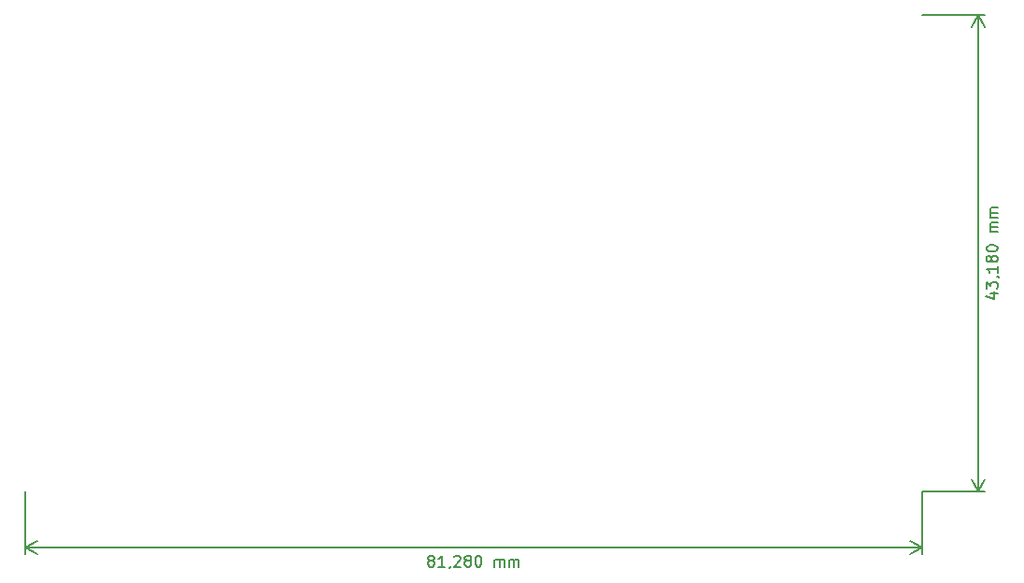
<source format=gbr>
%TF.GenerationSoftware,KiCad,Pcbnew,5.1.4-3.fc30*%
%TF.CreationDate,2019-10-13T14:30:26+02:00*%
%TF.ProjectId,atmega_prog_adapter_v2,61746d65-6761-45f7-9072-6f675f616461,1.0*%
%TF.SameCoordinates,Original*%
%TF.FileFunction,Drawing*%
%FSLAX46Y46*%
G04 Gerber Fmt 4.6, Leading zero omitted, Abs format (unit mm)*
G04 Created by KiCad (PCBNEW 5.1.4-3.fc30) date 2019-10-13 14:30:26*
%MOMM*%
%LPD*%
G04 APERTURE LIST*
%ADD10C,0.150000*%
G04 APERTURE END LIST*
D10*
X176345714Y-91296666D02*
X177012380Y-91296666D01*
X175964761Y-91534761D02*
X176679047Y-91772857D01*
X176679047Y-91153809D01*
X176012380Y-90868095D02*
X176012380Y-90249047D01*
X176393333Y-90582380D01*
X176393333Y-90439523D01*
X176440952Y-90344285D01*
X176488571Y-90296666D01*
X176583809Y-90249047D01*
X176821904Y-90249047D01*
X176917142Y-90296666D01*
X176964761Y-90344285D01*
X177012380Y-90439523D01*
X177012380Y-90725238D01*
X176964761Y-90820476D01*
X176917142Y-90868095D01*
X176964761Y-89772857D02*
X177012380Y-89772857D01*
X177107619Y-89820476D01*
X177155238Y-89868095D01*
X177012380Y-88820476D02*
X177012380Y-89391904D01*
X177012380Y-89106190D02*
X176012380Y-89106190D01*
X176155238Y-89201428D01*
X176250476Y-89296666D01*
X176298095Y-89391904D01*
X176440952Y-88249047D02*
X176393333Y-88344285D01*
X176345714Y-88391904D01*
X176250476Y-88439523D01*
X176202857Y-88439523D01*
X176107619Y-88391904D01*
X176060000Y-88344285D01*
X176012380Y-88249047D01*
X176012380Y-88058571D01*
X176060000Y-87963333D01*
X176107619Y-87915714D01*
X176202857Y-87868095D01*
X176250476Y-87868095D01*
X176345714Y-87915714D01*
X176393333Y-87963333D01*
X176440952Y-88058571D01*
X176440952Y-88249047D01*
X176488571Y-88344285D01*
X176536190Y-88391904D01*
X176631428Y-88439523D01*
X176821904Y-88439523D01*
X176917142Y-88391904D01*
X176964761Y-88344285D01*
X177012380Y-88249047D01*
X177012380Y-88058571D01*
X176964761Y-87963333D01*
X176917142Y-87915714D01*
X176821904Y-87868095D01*
X176631428Y-87868095D01*
X176536190Y-87915714D01*
X176488571Y-87963333D01*
X176440952Y-88058571D01*
X176012380Y-87249047D02*
X176012380Y-87153809D01*
X176060000Y-87058571D01*
X176107619Y-87010952D01*
X176202857Y-86963333D01*
X176393333Y-86915714D01*
X176631428Y-86915714D01*
X176821904Y-86963333D01*
X176917142Y-87010952D01*
X176964761Y-87058571D01*
X177012380Y-87153809D01*
X177012380Y-87249047D01*
X176964761Y-87344285D01*
X176917142Y-87391904D01*
X176821904Y-87439523D01*
X176631428Y-87487142D01*
X176393333Y-87487142D01*
X176202857Y-87439523D01*
X176107619Y-87391904D01*
X176060000Y-87344285D01*
X176012380Y-87249047D01*
X177012380Y-85725238D02*
X176345714Y-85725238D01*
X176440952Y-85725238D02*
X176393333Y-85677619D01*
X176345714Y-85582380D01*
X176345714Y-85439523D01*
X176393333Y-85344285D01*
X176488571Y-85296666D01*
X177012380Y-85296666D01*
X176488571Y-85296666D02*
X176393333Y-85249047D01*
X176345714Y-85153809D01*
X176345714Y-85010952D01*
X176393333Y-84915714D01*
X176488571Y-84868095D01*
X177012380Y-84868095D01*
X177012380Y-84391904D02*
X176345714Y-84391904D01*
X176440952Y-84391904D02*
X176393333Y-84344285D01*
X176345714Y-84249047D01*
X176345714Y-84106190D01*
X176393333Y-84010952D01*
X176488571Y-83963333D01*
X177012380Y-83963333D01*
X176488571Y-83963333D02*
X176393333Y-83915714D01*
X176345714Y-83820476D01*
X176345714Y-83677619D01*
X176393333Y-83582380D01*
X176488571Y-83534761D01*
X177012380Y-83534761D01*
X175260000Y-109220000D02*
X175260000Y-66040000D01*
X170180000Y-109220000D02*
X175846421Y-109220000D01*
X170180000Y-66040000D02*
X175846421Y-66040000D01*
X175260000Y-66040000D02*
X175846421Y-67166504D01*
X175260000Y-66040000D02*
X174673579Y-67166504D01*
X175260000Y-109220000D02*
X175846421Y-108093496D01*
X175260000Y-109220000D02*
X174673579Y-108093496D01*
X125587619Y-115480952D02*
X125492380Y-115433333D01*
X125444761Y-115385714D01*
X125397142Y-115290476D01*
X125397142Y-115242857D01*
X125444761Y-115147619D01*
X125492380Y-115100000D01*
X125587619Y-115052380D01*
X125778095Y-115052380D01*
X125873333Y-115100000D01*
X125920952Y-115147619D01*
X125968571Y-115242857D01*
X125968571Y-115290476D01*
X125920952Y-115385714D01*
X125873333Y-115433333D01*
X125778095Y-115480952D01*
X125587619Y-115480952D01*
X125492380Y-115528571D01*
X125444761Y-115576190D01*
X125397142Y-115671428D01*
X125397142Y-115861904D01*
X125444761Y-115957142D01*
X125492380Y-116004761D01*
X125587619Y-116052380D01*
X125778095Y-116052380D01*
X125873333Y-116004761D01*
X125920952Y-115957142D01*
X125968571Y-115861904D01*
X125968571Y-115671428D01*
X125920952Y-115576190D01*
X125873333Y-115528571D01*
X125778095Y-115480952D01*
X126920952Y-116052380D02*
X126349523Y-116052380D01*
X126635238Y-116052380D02*
X126635238Y-115052380D01*
X126540000Y-115195238D01*
X126444761Y-115290476D01*
X126349523Y-115338095D01*
X127397142Y-116004761D02*
X127397142Y-116052380D01*
X127349523Y-116147619D01*
X127301904Y-116195238D01*
X127778095Y-115147619D02*
X127825714Y-115100000D01*
X127920952Y-115052380D01*
X128159047Y-115052380D01*
X128254285Y-115100000D01*
X128301904Y-115147619D01*
X128349523Y-115242857D01*
X128349523Y-115338095D01*
X128301904Y-115480952D01*
X127730476Y-116052380D01*
X128349523Y-116052380D01*
X128920952Y-115480952D02*
X128825714Y-115433333D01*
X128778095Y-115385714D01*
X128730476Y-115290476D01*
X128730476Y-115242857D01*
X128778095Y-115147619D01*
X128825714Y-115100000D01*
X128920952Y-115052380D01*
X129111428Y-115052380D01*
X129206666Y-115100000D01*
X129254285Y-115147619D01*
X129301904Y-115242857D01*
X129301904Y-115290476D01*
X129254285Y-115385714D01*
X129206666Y-115433333D01*
X129111428Y-115480952D01*
X128920952Y-115480952D01*
X128825714Y-115528571D01*
X128778095Y-115576190D01*
X128730476Y-115671428D01*
X128730476Y-115861904D01*
X128778095Y-115957142D01*
X128825714Y-116004761D01*
X128920952Y-116052380D01*
X129111428Y-116052380D01*
X129206666Y-116004761D01*
X129254285Y-115957142D01*
X129301904Y-115861904D01*
X129301904Y-115671428D01*
X129254285Y-115576190D01*
X129206666Y-115528571D01*
X129111428Y-115480952D01*
X129920952Y-115052380D02*
X130016190Y-115052380D01*
X130111428Y-115100000D01*
X130159047Y-115147619D01*
X130206666Y-115242857D01*
X130254285Y-115433333D01*
X130254285Y-115671428D01*
X130206666Y-115861904D01*
X130159047Y-115957142D01*
X130111428Y-116004761D01*
X130016190Y-116052380D01*
X129920952Y-116052380D01*
X129825714Y-116004761D01*
X129778095Y-115957142D01*
X129730476Y-115861904D01*
X129682857Y-115671428D01*
X129682857Y-115433333D01*
X129730476Y-115242857D01*
X129778095Y-115147619D01*
X129825714Y-115100000D01*
X129920952Y-115052380D01*
X131444761Y-116052380D02*
X131444761Y-115385714D01*
X131444761Y-115480952D02*
X131492380Y-115433333D01*
X131587619Y-115385714D01*
X131730476Y-115385714D01*
X131825714Y-115433333D01*
X131873333Y-115528571D01*
X131873333Y-116052380D01*
X131873333Y-115528571D02*
X131920952Y-115433333D01*
X132016190Y-115385714D01*
X132159047Y-115385714D01*
X132254285Y-115433333D01*
X132301904Y-115528571D01*
X132301904Y-116052380D01*
X132778095Y-116052380D02*
X132778095Y-115385714D01*
X132778095Y-115480952D02*
X132825714Y-115433333D01*
X132920952Y-115385714D01*
X133063809Y-115385714D01*
X133159047Y-115433333D01*
X133206666Y-115528571D01*
X133206666Y-116052380D01*
X133206666Y-115528571D02*
X133254285Y-115433333D01*
X133349523Y-115385714D01*
X133492380Y-115385714D01*
X133587619Y-115433333D01*
X133635238Y-115528571D01*
X133635238Y-116052380D01*
X88900000Y-114300000D02*
X170180000Y-114300000D01*
X88900000Y-109220000D02*
X88900000Y-114886421D01*
X170180000Y-109220000D02*
X170180000Y-114886421D01*
X170180000Y-114300000D02*
X169053496Y-114886421D01*
X170180000Y-114300000D02*
X169053496Y-113713579D01*
X88900000Y-114300000D02*
X90026504Y-114886421D01*
X88900000Y-114300000D02*
X90026504Y-113713579D01*
M02*

</source>
